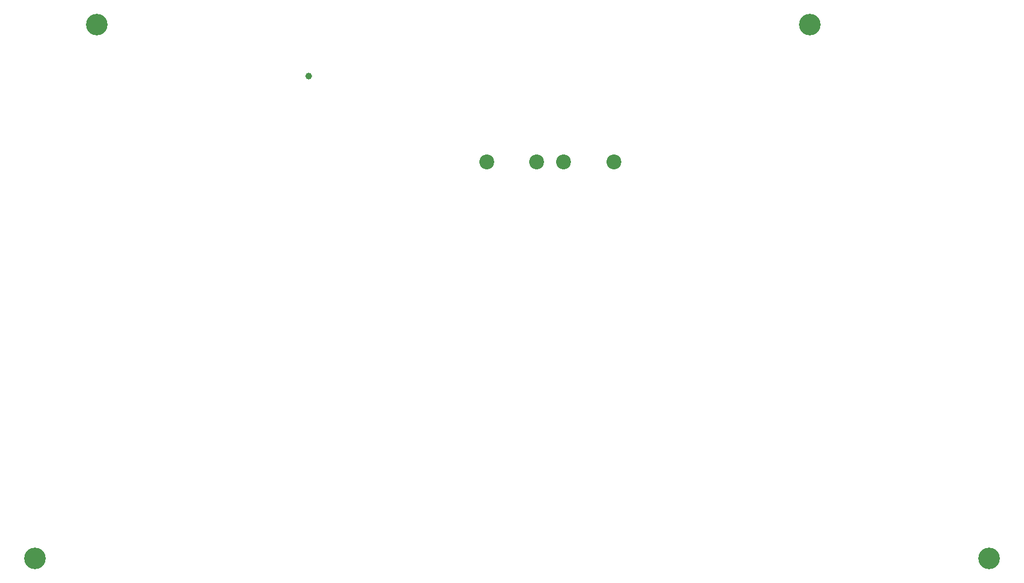
<source format=gbr>
%TF.GenerationSoftware,KiCad,Pcbnew,8.0.2*%
%TF.CreationDate,2025-02-22T19:17:49+01:00*%
%TF.ProjectId,Master_FT25,4d617374-6572-45f4-9654-32352e6b6963,rev?*%
%TF.SameCoordinates,Original*%
%TF.FileFunction,NonPlated,1,4,NPTH,Drill*%
%TF.FilePolarity,Positive*%
%FSLAX46Y46*%
G04 Gerber Fmt 4.6, Leading zero omitted, Abs format (unit mm)*
G04 Created by KiCad (PCBNEW 8.0.2) date 2025-02-22 19:17:49*
%MOMM*%
%LPD*%
G01*
G04 APERTURE LIST*
%TA.AperFunction,ComponentDrill*%
%ADD10C,1.000000*%
%TD*%
%TA.AperFunction,ComponentDrill*%
%ADD11C,2.200000*%
%TD*%
%TA.AperFunction,ComponentDrill*%
%ADD12C,3.200000*%
%TD*%
G04 APERTURE END LIST*
D10*
%TO.C,T1*%
X95210000Y-63870000D03*
D11*
%TO.C,J13*%
X121485000Y-76535000D03*
X128915000Y-76535000D03*
%TO.C,J12*%
X132885000Y-76550000D03*
X140315000Y-76550000D03*
D12*
%TO.C,H4*%
X54750000Y-135200000D03*
%TO.C,H3*%
X63850000Y-56250000D03*
%TO.C,H1*%
X169300000Y-56250000D03*
%TO.C,H5*%
X195750000Y-135200000D03*
M02*

</source>
